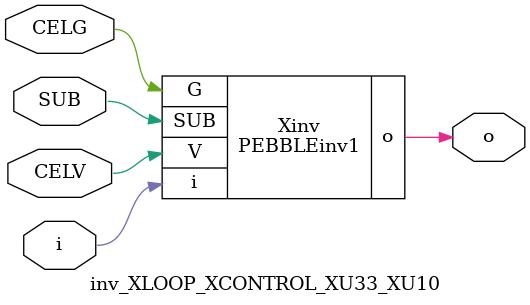
<source format=v>



module PEBBLEinv1 ( o, G, SUB, V, i );

  input V;
  input i;
  input G;
  output o;
  input SUB;
endmodule

//Celera Confidential Do Not Copy inv_XLOOP_XCONTROL_XU33_XU10
//Celera Confidential Symbol Generator
//5V Inverter
module inv_XLOOP_XCONTROL_XU33_XU10 (CELV,CELG,i,o,SUB);
input CELV;
input CELG;
input i;
input SUB;
output o;

//Celera Confidential Do Not Copy inv
PEBBLEinv1 Xinv(
.V (CELV),
.i (i),
.o (o),
.SUB (SUB),
.G (CELG)
);
//,diesize,PEBBLEinv1

//Celera Confidential Do Not Copy Module End
//Celera Schematic Generator
endmodule

</source>
